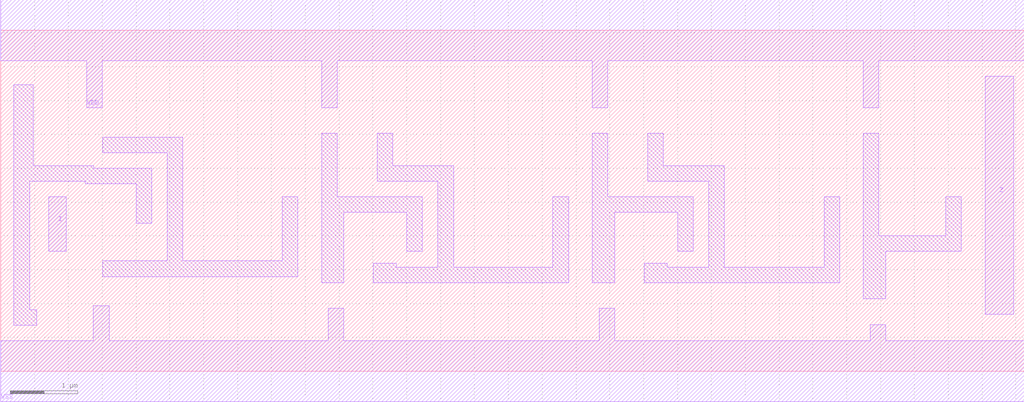
<source format=lef>
# Copyright 2022 GlobalFoundries PDK Authors
#
# Licensed under the Apache License, Version 2.0 (the "License");
# you may not use this file except in compliance with the License.
# You may obtain a copy of the License at
#
#      http://www.apache.org/licenses/LICENSE-2.0
#
# Unless required by applicable law or agreed to in writing, software
# distributed under the License is distributed on an "AS IS" BASIS,
# WITHOUT WARRANTIES OR CONDITIONS OF ANY KIND, either express or implied.
# See the License for the specific language governing permissions and
# limitations under the License.

MACRO gf180mcu_fd_sc_mcu9t5v0__dlyd_1
  CLASS core ;
  FOREIGN gf180mcu_fd_sc_mcu9t5v0__dlyd_1 0.0 0.0 ;
  ORIGIN 0 0 ;
  SYMMETRY X Y ;
  SITE GF018hv5v_green_sc9 ;
  SIZE 15.12 BY 5.04 ;
  PIN I
    DIRECTION INPUT ;
    ANTENNAGATEAREA 0.396 ;
    PORT
      LAYER METAL1 ;
        POLYGON 0.71 1.77 0.97 1.77 0.97 2.58 0.71 2.58  ;
    END
  END I
  PIN Z
    DIRECTION OUTPUT ;
    ANTENNADIFFAREA 1.386 ;
    PORT
      LAYER METAL1 ;
        POLYGON 14.545 0.84 14.97 0.84 14.97 4.36 14.545 4.36  ;
    END
  END Z
  PIN VDD
    DIRECTION INOUT ;
    USE power ;
    SHAPE ABUTMENT ;
    PORT
      LAYER METAL1 ;
        POLYGON 0 4.59 1.27 4.59 1.27 3.895 1.5 3.895 1.5 4.59 4.39 4.59 4.74 4.59 4.74 3.895 4.97 3.895 4.97 4.59 8.39 4.59 8.74 4.59 8.74 3.895 8.97 3.895 8.97 4.59 12.395 4.59 12.745 4.59 12.745 3.895 12.975 3.895 12.975 4.59 14.195 4.59 15.12 4.59 15.12 5.49 14.195 5.49 12.395 5.49 8.39 5.49 4.39 5.49 0 5.49  ;
    END
  END VDD
  PIN VSS
    DIRECTION INOUT ;
    USE ground ;
    SHAPE ABUTMENT ;
    PORT
      LAYER METAL1 ;
        POLYGON 0 -0.45 15.12 -0.45 15.12 0.45 13.075 0.45 13.075 0.69 12.845 0.69 12.845 0.45 9.07 0.45 9.07 0.93 8.84 0.93 8.84 0.45 5.07 0.45 5.07 0.93 4.84 0.93 4.84 0.45 1.6 0.45 1.6 0.965 1.37 0.965 1.37 0.45 0 0.45  ;
    END
  END VSS
  OBS
      LAYER METAL1 ;
        POLYGON 0.425 2.81 1.245 2.81 1.245 2.77 2 2.77 2 2.19 2.23 2.19 2.23 3 1.375 3 1.375 3.04 0.48 3.04 0.48 4.235 0.195 4.235 0.195 0.68 0.535 0.68 0.535 0.91 0.425 0.91  ;
        POLYGON 1.505 3.23 2.46 3.23 2.46 1.63 1.505 1.63 1.505 1.4 4.39 1.4 4.39 2.58 4.16 2.58 4.16 1.63 2.69 1.63 2.69 3.46 1.505 3.46  ;
        POLYGON 4.74 1.31 5.07 1.31 5.07 2.35 6 2.35 6 1.77 6.23 1.77 6.23 2.58 4.97 2.58 4.97 3.515 4.74 3.515  ;
        POLYGON 5.56 2.81 6.46 2.81 6.46 1.54 5.845 1.54 5.845 1.595 5.505 1.595 5.505 1.31 8.39 1.31 8.39 2.58 8.16 2.58 8.16 1.54 6.69 1.54 6.69 3.04 5.79 3.04 5.79 3.515 5.56 3.515  ;
        POLYGON 8.74 1.31 9.07 1.31 9.07 2.35 10 2.35 10 1.77 10.23 1.77 10.23 2.58 8.97 2.58 8.97 3.515 8.74 3.515  ;
        POLYGON 9.56 2.81 10.46 2.81 10.46 1.54 9.845 1.54 9.845 1.595 9.505 1.595 9.505 1.31 12.395 1.31 12.395 2.58 12.165 2.58 12.165 1.54 10.69 1.54 10.69 3.04 9.79 3.04 9.79 3.515 9.56 3.515  ;
        POLYGON 12.745 1.07 13.075 1.07 13.075 1.77 14.195 1.77 14.195 2.58 13.965 2.58 13.965 2 12.975 2 12.975 3.515 12.745 3.515  ;
  END
END gf180mcu_fd_sc_mcu9t5v0__dlyd_1

</source>
